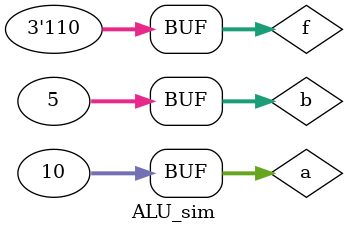
<source format=v>
`timescale 1ns / 1ps


module ALU_sim();
    
    reg [31:0] y;
    reg z;
    reg [31:0] a, b;
    reg [2:0] f;

    ALU_6bits ALU_6bits(a, b, f, y, z);

    initial 
    begin
        a = 10; b = 5;  f = 3'o0; #20;
        a = 10; b = 5;  f = 3'o1; #20;
        a = 10; b = 5;  f = 3'o2; #20;
        a = 10; b = 5;  f = 3'o3; #20;
        a = 10; b = 5;  f = 3'o4; #20;
        a = 10; b = 5;  f = 3'o5; #20;
        a = 10; b = 5;  f = 3'o6; #20;
    end

endmodule

</source>
